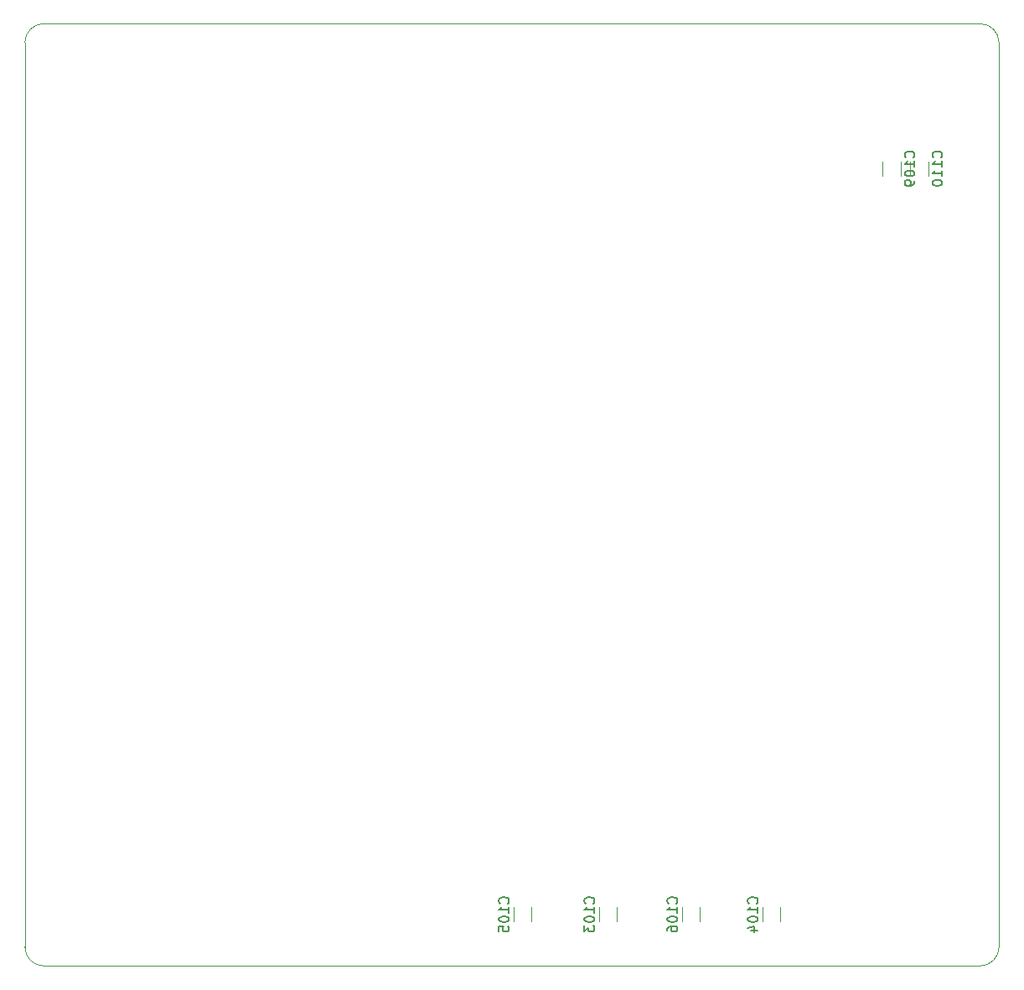
<source format=gbr>
%TF.GenerationSoftware,KiCad,Pcbnew,9.0.0*%
%TF.CreationDate,2025-05-01T09:51:47+02:00*%
%TF.ProjectId,Interco_weactH7,496e7465-7263-46f5-9f77-656163744837,rev?*%
%TF.SameCoordinates,Original*%
%TF.FileFunction,Legend,Bot*%
%TF.FilePolarity,Positive*%
%FSLAX46Y46*%
G04 Gerber Fmt 4.6, Leading zero omitted, Abs format (unit mm)*
G04 Created by KiCad (PCBNEW 9.0.0) date 2025-05-01 09:51:47*
%MOMM*%
%LPD*%
G01*
G04 APERTURE LIST*
%ADD10C,0.150000*%
%ADD11C,0.120000*%
%TA.AperFunction,Profile*%
%ADD12C,0.100000*%
%TD*%
G04 APERTURE END LIST*
D10*
X91727580Y-127658952D02*
X91775200Y-127611333D01*
X91775200Y-127611333D02*
X91822819Y-127468476D01*
X91822819Y-127468476D02*
X91822819Y-127373238D01*
X91822819Y-127373238D02*
X91775200Y-127230381D01*
X91775200Y-127230381D02*
X91679961Y-127135143D01*
X91679961Y-127135143D02*
X91584723Y-127087524D01*
X91584723Y-127087524D02*
X91394247Y-127039905D01*
X91394247Y-127039905D02*
X91251390Y-127039905D01*
X91251390Y-127039905D02*
X91060914Y-127087524D01*
X91060914Y-127087524D02*
X90965676Y-127135143D01*
X90965676Y-127135143D02*
X90870438Y-127230381D01*
X90870438Y-127230381D02*
X90822819Y-127373238D01*
X90822819Y-127373238D02*
X90822819Y-127468476D01*
X90822819Y-127468476D02*
X90870438Y-127611333D01*
X90870438Y-127611333D02*
X90918057Y-127658952D01*
X91822819Y-128611333D02*
X91822819Y-128039905D01*
X91822819Y-128325619D02*
X90822819Y-128325619D01*
X90822819Y-128325619D02*
X90965676Y-128230381D01*
X90965676Y-128230381D02*
X91060914Y-128135143D01*
X91060914Y-128135143D02*
X91108533Y-128039905D01*
X90822819Y-129230381D02*
X90822819Y-129325619D01*
X90822819Y-129325619D02*
X90870438Y-129420857D01*
X90870438Y-129420857D02*
X90918057Y-129468476D01*
X90918057Y-129468476D02*
X91013295Y-129516095D01*
X91013295Y-129516095D02*
X91203771Y-129563714D01*
X91203771Y-129563714D02*
X91441866Y-129563714D01*
X91441866Y-129563714D02*
X91632342Y-129516095D01*
X91632342Y-129516095D02*
X91727580Y-129468476D01*
X91727580Y-129468476D02*
X91775200Y-129420857D01*
X91775200Y-129420857D02*
X91822819Y-129325619D01*
X91822819Y-129325619D02*
X91822819Y-129230381D01*
X91822819Y-129230381D02*
X91775200Y-129135143D01*
X91775200Y-129135143D02*
X91727580Y-129087524D01*
X91727580Y-129087524D02*
X91632342Y-129039905D01*
X91632342Y-129039905D02*
X91441866Y-128992286D01*
X91441866Y-128992286D02*
X91203771Y-128992286D01*
X91203771Y-128992286D02*
X91013295Y-129039905D01*
X91013295Y-129039905D02*
X90918057Y-129087524D01*
X90918057Y-129087524D02*
X90870438Y-129135143D01*
X90870438Y-129135143D02*
X90822819Y-129230381D01*
X90822819Y-129897048D02*
X90822819Y-130516095D01*
X90822819Y-130516095D02*
X91203771Y-130182762D01*
X91203771Y-130182762D02*
X91203771Y-130325619D01*
X91203771Y-130325619D02*
X91251390Y-130420857D01*
X91251390Y-130420857D02*
X91299009Y-130468476D01*
X91299009Y-130468476D02*
X91394247Y-130516095D01*
X91394247Y-130516095D02*
X91632342Y-130516095D01*
X91632342Y-130516095D02*
X91727580Y-130468476D01*
X91727580Y-130468476D02*
X91775200Y-130420857D01*
X91775200Y-130420857D02*
X91822819Y-130325619D01*
X91822819Y-130325619D02*
X91822819Y-130039905D01*
X91822819Y-130039905D02*
X91775200Y-129944667D01*
X91775200Y-129944667D02*
X91727580Y-129897048D01*
X100109580Y-127658952D02*
X100157200Y-127611333D01*
X100157200Y-127611333D02*
X100204819Y-127468476D01*
X100204819Y-127468476D02*
X100204819Y-127373238D01*
X100204819Y-127373238D02*
X100157200Y-127230381D01*
X100157200Y-127230381D02*
X100061961Y-127135143D01*
X100061961Y-127135143D02*
X99966723Y-127087524D01*
X99966723Y-127087524D02*
X99776247Y-127039905D01*
X99776247Y-127039905D02*
X99633390Y-127039905D01*
X99633390Y-127039905D02*
X99442914Y-127087524D01*
X99442914Y-127087524D02*
X99347676Y-127135143D01*
X99347676Y-127135143D02*
X99252438Y-127230381D01*
X99252438Y-127230381D02*
X99204819Y-127373238D01*
X99204819Y-127373238D02*
X99204819Y-127468476D01*
X99204819Y-127468476D02*
X99252438Y-127611333D01*
X99252438Y-127611333D02*
X99300057Y-127658952D01*
X100204819Y-128611333D02*
X100204819Y-128039905D01*
X100204819Y-128325619D02*
X99204819Y-128325619D01*
X99204819Y-128325619D02*
X99347676Y-128230381D01*
X99347676Y-128230381D02*
X99442914Y-128135143D01*
X99442914Y-128135143D02*
X99490533Y-128039905D01*
X99204819Y-129230381D02*
X99204819Y-129325619D01*
X99204819Y-129325619D02*
X99252438Y-129420857D01*
X99252438Y-129420857D02*
X99300057Y-129468476D01*
X99300057Y-129468476D02*
X99395295Y-129516095D01*
X99395295Y-129516095D02*
X99585771Y-129563714D01*
X99585771Y-129563714D02*
X99823866Y-129563714D01*
X99823866Y-129563714D02*
X100014342Y-129516095D01*
X100014342Y-129516095D02*
X100109580Y-129468476D01*
X100109580Y-129468476D02*
X100157200Y-129420857D01*
X100157200Y-129420857D02*
X100204819Y-129325619D01*
X100204819Y-129325619D02*
X100204819Y-129230381D01*
X100204819Y-129230381D02*
X100157200Y-129135143D01*
X100157200Y-129135143D02*
X100109580Y-129087524D01*
X100109580Y-129087524D02*
X100014342Y-129039905D01*
X100014342Y-129039905D02*
X99823866Y-128992286D01*
X99823866Y-128992286D02*
X99585771Y-128992286D01*
X99585771Y-128992286D02*
X99395295Y-129039905D01*
X99395295Y-129039905D02*
X99300057Y-129087524D01*
X99300057Y-129087524D02*
X99252438Y-129135143D01*
X99252438Y-129135143D02*
X99204819Y-129230381D01*
X99204819Y-130420857D02*
X99204819Y-130230381D01*
X99204819Y-130230381D02*
X99252438Y-130135143D01*
X99252438Y-130135143D02*
X99300057Y-130087524D01*
X99300057Y-130087524D02*
X99442914Y-129992286D01*
X99442914Y-129992286D02*
X99633390Y-129944667D01*
X99633390Y-129944667D02*
X100014342Y-129944667D01*
X100014342Y-129944667D02*
X100109580Y-129992286D01*
X100109580Y-129992286D02*
X100157200Y-130039905D01*
X100157200Y-130039905D02*
X100204819Y-130135143D01*
X100204819Y-130135143D02*
X100204819Y-130325619D01*
X100204819Y-130325619D02*
X100157200Y-130420857D01*
X100157200Y-130420857D02*
X100109580Y-130468476D01*
X100109580Y-130468476D02*
X100014342Y-130516095D01*
X100014342Y-130516095D02*
X99776247Y-130516095D01*
X99776247Y-130516095D02*
X99681009Y-130468476D01*
X99681009Y-130468476D02*
X99633390Y-130420857D01*
X99633390Y-130420857D02*
X99585771Y-130325619D01*
X99585771Y-130325619D02*
X99585771Y-130135143D01*
X99585771Y-130135143D02*
X99633390Y-130039905D01*
X99633390Y-130039905D02*
X99681009Y-129992286D01*
X99681009Y-129992286D02*
X99776247Y-129944667D01*
X83091580Y-127658952D02*
X83139200Y-127611333D01*
X83139200Y-127611333D02*
X83186819Y-127468476D01*
X83186819Y-127468476D02*
X83186819Y-127373238D01*
X83186819Y-127373238D02*
X83139200Y-127230381D01*
X83139200Y-127230381D02*
X83043961Y-127135143D01*
X83043961Y-127135143D02*
X82948723Y-127087524D01*
X82948723Y-127087524D02*
X82758247Y-127039905D01*
X82758247Y-127039905D02*
X82615390Y-127039905D01*
X82615390Y-127039905D02*
X82424914Y-127087524D01*
X82424914Y-127087524D02*
X82329676Y-127135143D01*
X82329676Y-127135143D02*
X82234438Y-127230381D01*
X82234438Y-127230381D02*
X82186819Y-127373238D01*
X82186819Y-127373238D02*
X82186819Y-127468476D01*
X82186819Y-127468476D02*
X82234438Y-127611333D01*
X82234438Y-127611333D02*
X82282057Y-127658952D01*
X83186819Y-128611333D02*
X83186819Y-128039905D01*
X83186819Y-128325619D02*
X82186819Y-128325619D01*
X82186819Y-128325619D02*
X82329676Y-128230381D01*
X82329676Y-128230381D02*
X82424914Y-128135143D01*
X82424914Y-128135143D02*
X82472533Y-128039905D01*
X82186819Y-129230381D02*
X82186819Y-129325619D01*
X82186819Y-129325619D02*
X82234438Y-129420857D01*
X82234438Y-129420857D02*
X82282057Y-129468476D01*
X82282057Y-129468476D02*
X82377295Y-129516095D01*
X82377295Y-129516095D02*
X82567771Y-129563714D01*
X82567771Y-129563714D02*
X82805866Y-129563714D01*
X82805866Y-129563714D02*
X82996342Y-129516095D01*
X82996342Y-129516095D02*
X83091580Y-129468476D01*
X83091580Y-129468476D02*
X83139200Y-129420857D01*
X83139200Y-129420857D02*
X83186819Y-129325619D01*
X83186819Y-129325619D02*
X83186819Y-129230381D01*
X83186819Y-129230381D02*
X83139200Y-129135143D01*
X83139200Y-129135143D02*
X83091580Y-129087524D01*
X83091580Y-129087524D02*
X82996342Y-129039905D01*
X82996342Y-129039905D02*
X82805866Y-128992286D01*
X82805866Y-128992286D02*
X82567771Y-128992286D01*
X82567771Y-128992286D02*
X82377295Y-129039905D01*
X82377295Y-129039905D02*
X82282057Y-129087524D01*
X82282057Y-129087524D02*
X82234438Y-129135143D01*
X82234438Y-129135143D02*
X82186819Y-129230381D01*
X82186819Y-130468476D02*
X82186819Y-129992286D01*
X82186819Y-129992286D02*
X82663009Y-129944667D01*
X82663009Y-129944667D02*
X82615390Y-129992286D01*
X82615390Y-129992286D02*
X82567771Y-130087524D01*
X82567771Y-130087524D02*
X82567771Y-130325619D01*
X82567771Y-130325619D02*
X82615390Y-130420857D01*
X82615390Y-130420857D02*
X82663009Y-130468476D01*
X82663009Y-130468476D02*
X82758247Y-130516095D01*
X82758247Y-130516095D02*
X82996342Y-130516095D01*
X82996342Y-130516095D02*
X83091580Y-130468476D01*
X83091580Y-130468476D02*
X83139200Y-130420857D01*
X83139200Y-130420857D02*
X83186819Y-130325619D01*
X83186819Y-130325619D02*
X83186819Y-130087524D01*
X83186819Y-130087524D02*
X83139200Y-129992286D01*
X83139200Y-129992286D02*
X83091580Y-129944667D01*
X126882945Y-52253249D02*
X126930565Y-52205630D01*
X126930565Y-52205630D02*
X126978184Y-52062773D01*
X126978184Y-52062773D02*
X126978184Y-51967535D01*
X126978184Y-51967535D02*
X126930565Y-51824678D01*
X126930565Y-51824678D02*
X126835326Y-51729440D01*
X126835326Y-51729440D02*
X126740088Y-51681821D01*
X126740088Y-51681821D02*
X126549612Y-51634202D01*
X126549612Y-51634202D02*
X126406755Y-51634202D01*
X126406755Y-51634202D02*
X126216279Y-51681821D01*
X126216279Y-51681821D02*
X126121041Y-51729440D01*
X126121041Y-51729440D02*
X126025803Y-51824678D01*
X126025803Y-51824678D02*
X125978184Y-51967535D01*
X125978184Y-51967535D02*
X125978184Y-52062773D01*
X125978184Y-52062773D02*
X126025803Y-52205630D01*
X126025803Y-52205630D02*
X126073422Y-52253249D01*
X126978184Y-53205630D02*
X126978184Y-52634202D01*
X126978184Y-52919916D02*
X125978184Y-52919916D01*
X125978184Y-52919916D02*
X126121041Y-52824678D01*
X126121041Y-52824678D02*
X126216279Y-52729440D01*
X126216279Y-52729440D02*
X126263898Y-52634202D01*
X126978184Y-54158011D02*
X126978184Y-53586583D01*
X126978184Y-53872297D02*
X125978184Y-53872297D01*
X125978184Y-53872297D02*
X126121041Y-53777059D01*
X126121041Y-53777059D02*
X126216279Y-53681821D01*
X126216279Y-53681821D02*
X126263898Y-53586583D01*
X125978184Y-54777059D02*
X125978184Y-54872297D01*
X125978184Y-54872297D02*
X126025803Y-54967535D01*
X126025803Y-54967535D02*
X126073422Y-55015154D01*
X126073422Y-55015154D02*
X126168660Y-55062773D01*
X126168660Y-55062773D02*
X126359136Y-55110392D01*
X126359136Y-55110392D02*
X126597231Y-55110392D01*
X126597231Y-55110392D02*
X126787707Y-55062773D01*
X126787707Y-55062773D02*
X126882945Y-55015154D01*
X126882945Y-55015154D02*
X126930565Y-54967535D01*
X126930565Y-54967535D02*
X126978184Y-54872297D01*
X126978184Y-54872297D02*
X126978184Y-54777059D01*
X126978184Y-54777059D02*
X126930565Y-54681821D01*
X126930565Y-54681821D02*
X126882945Y-54634202D01*
X126882945Y-54634202D02*
X126787707Y-54586583D01*
X126787707Y-54586583D02*
X126597231Y-54538964D01*
X126597231Y-54538964D02*
X126359136Y-54538964D01*
X126359136Y-54538964D02*
X126168660Y-54586583D01*
X126168660Y-54586583D02*
X126073422Y-54634202D01*
X126073422Y-54634202D02*
X126025803Y-54681821D01*
X126025803Y-54681821D02*
X125978184Y-54777059D01*
X124088945Y-52253249D02*
X124136565Y-52205630D01*
X124136565Y-52205630D02*
X124184184Y-52062773D01*
X124184184Y-52062773D02*
X124184184Y-51967535D01*
X124184184Y-51967535D02*
X124136565Y-51824678D01*
X124136565Y-51824678D02*
X124041326Y-51729440D01*
X124041326Y-51729440D02*
X123946088Y-51681821D01*
X123946088Y-51681821D02*
X123755612Y-51634202D01*
X123755612Y-51634202D02*
X123612755Y-51634202D01*
X123612755Y-51634202D02*
X123422279Y-51681821D01*
X123422279Y-51681821D02*
X123327041Y-51729440D01*
X123327041Y-51729440D02*
X123231803Y-51824678D01*
X123231803Y-51824678D02*
X123184184Y-51967535D01*
X123184184Y-51967535D02*
X123184184Y-52062773D01*
X123184184Y-52062773D02*
X123231803Y-52205630D01*
X123231803Y-52205630D02*
X123279422Y-52253249D01*
X124184184Y-53205630D02*
X124184184Y-52634202D01*
X124184184Y-52919916D02*
X123184184Y-52919916D01*
X123184184Y-52919916D02*
X123327041Y-52824678D01*
X123327041Y-52824678D02*
X123422279Y-52729440D01*
X123422279Y-52729440D02*
X123469898Y-52634202D01*
X123184184Y-53824678D02*
X123184184Y-53919916D01*
X123184184Y-53919916D02*
X123231803Y-54015154D01*
X123231803Y-54015154D02*
X123279422Y-54062773D01*
X123279422Y-54062773D02*
X123374660Y-54110392D01*
X123374660Y-54110392D02*
X123565136Y-54158011D01*
X123565136Y-54158011D02*
X123803231Y-54158011D01*
X123803231Y-54158011D02*
X123993707Y-54110392D01*
X123993707Y-54110392D02*
X124088945Y-54062773D01*
X124088945Y-54062773D02*
X124136565Y-54015154D01*
X124136565Y-54015154D02*
X124184184Y-53919916D01*
X124184184Y-53919916D02*
X124184184Y-53824678D01*
X124184184Y-53824678D02*
X124136565Y-53729440D01*
X124136565Y-53729440D02*
X124088945Y-53681821D01*
X124088945Y-53681821D02*
X123993707Y-53634202D01*
X123993707Y-53634202D02*
X123803231Y-53586583D01*
X123803231Y-53586583D02*
X123565136Y-53586583D01*
X123565136Y-53586583D02*
X123374660Y-53634202D01*
X123374660Y-53634202D02*
X123279422Y-53681821D01*
X123279422Y-53681821D02*
X123231803Y-53729440D01*
X123231803Y-53729440D02*
X123184184Y-53824678D01*
X124184184Y-54634202D02*
X124184184Y-54824678D01*
X124184184Y-54824678D02*
X124136565Y-54919916D01*
X124136565Y-54919916D02*
X124088945Y-54967535D01*
X124088945Y-54967535D02*
X123946088Y-55062773D01*
X123946088Y-55062773D02*
X123755612Y-55110392D01*
X123755612Y-55110392D02*
X123374660Y-55110392D01*
X123374660Y-55110392D02*
X123279422Y-55062773D01*
X123279422Y-55062773D02*
X123231803Y-55015154D01*
X123231803Y-55015154D02*
X123184184Y-54919916D01*
X123184184Y-54919916D02*
X123184184Y-54729440D01*
X123184184Y-54729440D02*
X123231803Y-54634202D01*
X123231803Y-54634202D02*
X123279422Y-54586583D01*
X123279422Y-54586583D02*
X123374660Y-54538964D01*
X123374660Y-54538964D02*
X123612755Y-54538964D01*
X123612755Y-54538964D02*
X123707993Y-54586583D01*
X123707993Y-54586583D02*
X123755612Y-54634202D01*
X123755612Y-54634202D02*
X123803231Y-54729440D01*
X123803231Y-54729440D02*
X123803231Y-54919916D01*
X123803231Y-54919916D02*
X123755612Y-55015154D01*
X123755612Y-55015154D02*
X123707993Y-55062773D01*
X123707993Y-55062773D02*
X123612755Y-55110392D01*
X108237580Y-127658952D02*
X108285200Y-127611333D01*
X108285200Y-127611333D02*
X108332819Y-127468476D01*
X108332819Y-127468476D02*
X108332819Y-127373238D01*
X108332819Y-127373238D02*
X108285200Y-127230381D01*
X108285200Y-127230381D02*
X108189961Y-127135143D01*
X108189961Y-127135143D02*
X108094723Y-127087524D01*
X108094723Y-127087524D02*
X107904247Y-127039905D01*
X107904247Y-127039905D02*
X107761390Y-127039905D01*
X107761390Y-127039905D02*
X107570914Y-127087524D01*
X107570914Y-127087524D02*
X107475676Y-127135143D01*
X107475676Y-127135143D02*
X107380438Y-127230381D01*
X107380438Y-127230381D02*
X107332819Y-127373238D01*
X107332819Y-127373238D02*
X107332819Y-127468476D01*
X107332819Y-127468476D02*
X107380438Y-127611333D01*
X107380438Y-127611333D02*
X107428057Y-127658952D01*
X108332819Y-128611333D02*
X108332819Y-128039905D01*
X108332819Y-128325619D02*
X107332819Y-128325619D01*
X107332819Y-128325619D02*
X107475676Y-128230381D01*
X107475676Y-128230381D02*
X107570914Y-128135143D01*
X107570914Y-128135143D02*
X107618533Y-128039905D01*
X107332819Y-129230381D02*
X107332819Y-129325619D01*
X107332819Y-129325619D02*
X107380438Y-129420857D01*
X107380438Y-129420857D02*
X107428057Y-129468476D01*
X107428057Y-129468476D02*
X107523295Y-129516095D01*
X107523295Y-129516095D02*
X107713771Y-129563714D01*
X107713771Y-129563714D02*
X107951866Y-129563714D01*
X107951866Y-129563714D02*
X108142342Y-129516095D01*
X108142342Y-129516095D02*
X108237580Y-129468476D01*
X108237580Y-129468476D02*
X108285200Y-129420857D01*
X108285200Y-129420857D02*
X108332819Y-129325619D01*
X108332819Y-129325619D02*
X108332819Y-129230381D01*
X108332819Y-129230381D02*
X108285200Y-129135143D01*
X108285200Y-129135143D02*
X108237580Y-129087524D01*
X108237580Y-129087524D02*
X108142342Y-129039905D01*
X108142342Y-129039905D02*
X107951866Y-128992286D01*
X107951866Y-128992286D02*
X107713771Y-128992286D01*
X107713771Y-128992286D02*
X107523295Y-129039905D01*
X107523295Y-129039905D02*
X107428057Y-129087524D01*
X107428057Y-129087524D02*
X107380438Y-129135143D01*
X107380438Y-129135143D02*
X107332819Y-129230381D01*
X107666152Y-130420857D02*
X108332819Y-130420857D01*
X107285200Y-130182762D02*
X107999485Y-129944667D01*
X107999485Y-129944667D02*
X107999485Y-130563714D01*
D11*
%TO.C,C103*%
X92308000Y-128066748D02*
X92308000Y-129489252D01*
X94128000Y-128066748D02*
X94128000Y-129489252D01*
%TO.C,C106*%
X100690000Y-128066748D02*
X100690000Y-129489252D01*
X102510000Y-128066748D02*
X102510000Y-129489252D01*
%TO.C,C105*%
X83672000Y-128066748D02*
X83672000Y-129489252D01*
X85492000Y-128066748D02*
X85492000Y-129489252D01*
%TO.C,C110*%
X123763365Y-54083549D02*
X123763365Y-52661045D01*
X125583365Y-54083549D02*
X125583365Y-52661045D01*
%TO.C,C109*%
X120969365Y-54083549D02*
X120969365Y-52661045D01*
X122789365Y-54083549D02*
X122789365Y-52661045D01*
%TO.C,C104*%
X108818000Y-128066748D02*
X108818000Y-129489252D01*
X110638000Y-128066748D02*
X110638000Y-129489252D01*
%TD*%
D12*
X36195000Y-133985000D02*
G75*
G02*
X34290000Y-132080000I0J1905000D01*
G01*
X34290000Y-40640000D02*
G75*
G02*
X36195000Y-38735000I1905000J0D01*
G01*
X130810000Y-133985000D02*
X36195000Y-133985000D01*
X132715000Y-40640000D02*
X132715000Y-132080000D01*
X132715000Y-132080000D02*
G75*
G02*
X130810000Y-133985000I-1905000J0D01*
G01*
X34290000Y-132080000D02*
X34290000Y-40640000D01*
X36195000Y-38735000D02*
X130810000Y-38735000D01*
X130810000Y-38735000D02*
G75*
G02*
X132715000Y-40640000I0J-1905000D01*
G01*
M02*

</source>
